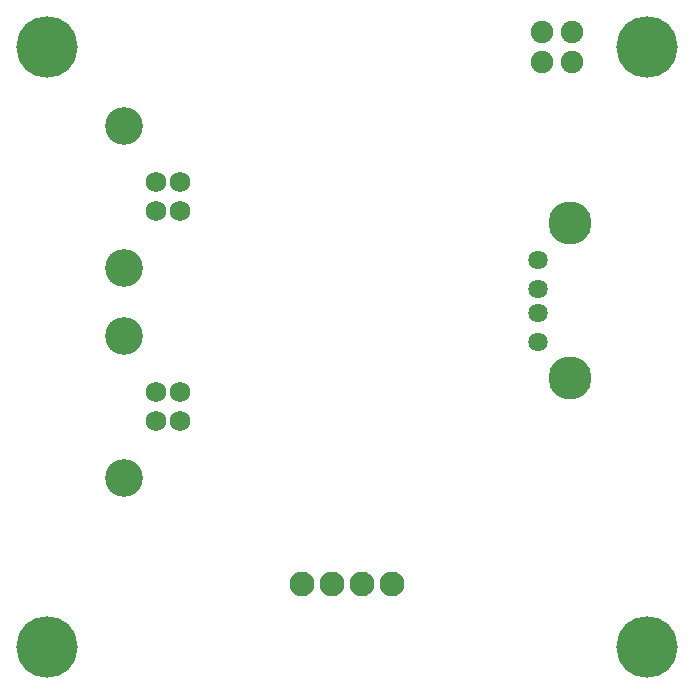
<source format=gbs>
G04 Layer: BottomSolderMaskLayer*
G04 EasyEDA v6.5.34, 2023-09-10 21:38:17*
G04 5915201a24e44bbb9a238a9ce508910a,5a6b42c53f6a479593ecc07194224c93,10*
G04 Gerber Generator version 0.2*
G04 Scale: 100 percent, Rotated: No, Reflected: No *
G04 Dimensions in millimeters *
G04 leading zeros omitted , absolute positions ,4 integer and 5 decimal *
%FSLAX45Y45*%
%MOMM*%

%ADD10C,3.2032*%
%ADD11C,1.7272*%
%ADD12C,1.6342*%
%ADD13C,3.6533*%
%ADD14C,5.2032*%
%ADD15C,2.1016*%
%ADD16C,1.9016*%

%LPD*%
D10*
G01*
X1034508Y4792997D03*
G01*
X1034508Y3588986D03*
D11*
G01*
X1305501Y4065998D03*
G01*
X1305501Y4315985D03*
G01*
X1505501Y4315985D03*
G01*
X1505501Y4065998D03*
D10*
G01*
X1034508Y3014997D03*
G01*
X1034508Y1810986D03*
D11*
G01*
X1305501Y2287998D03*
G01*
X1305501Y2537985D03*
G01*
X1505501Y2537985D03*
G01*
X1505501Y2287998D03*
D12*
G01*
X4533892Y2959092D03*
G01*
X4533892Y3209079D03*
G01*
X4533892Y3409078D03*
G01*
X4533892Y3659090D03*
D13*
G01*
X4804884Y2652082D03*
G01*
X4804884Y3966100D03*
D14*
G01*
X380992Y5460992D03*
G01*
X380992Y380992D03*
G01*
X5460992Y380992D03*
G01*
X5460992Y5460992D03*
D15*
G01*
X3301992Y914392D03*
G01*
X2539992Y914392D03*
G01*
X2793992Y914392D03*
G01*
X3047992Y914392D03*
D16*
G01*
X4571992Y5587992D03*
G01*
X4571992Y5333992D03*
G01*
X4825992Y5333992D03*
G01*
X4825992Y5587992D03*
M02*

</source>
